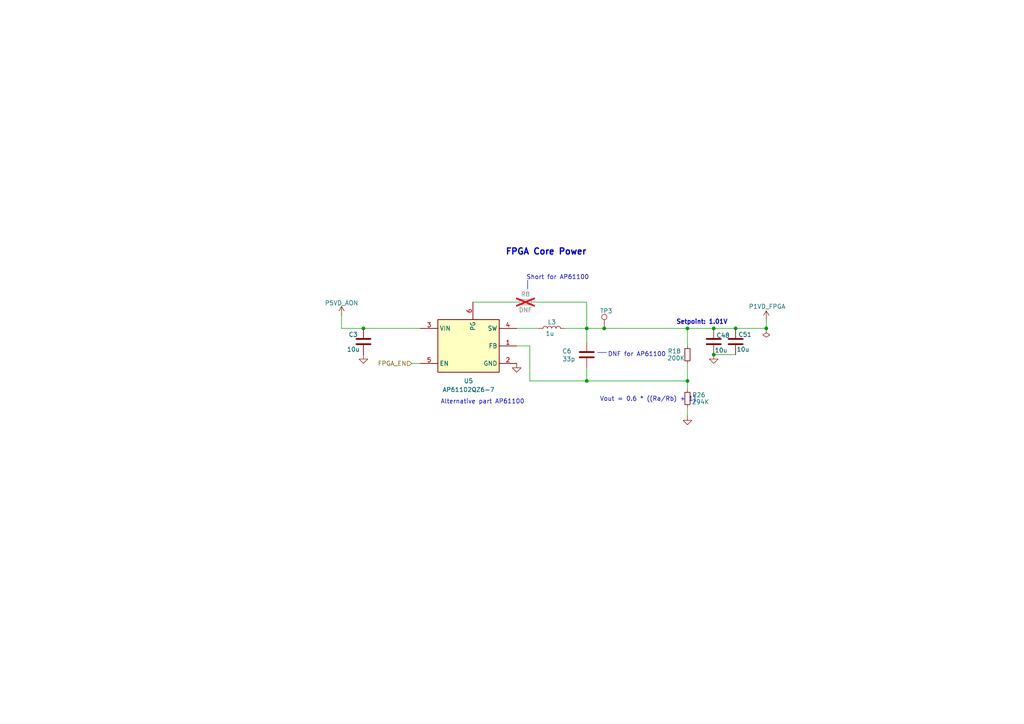
<source format=kicad_sch>
(kicad_sch
	(version 20250114)
	(generator "eeschema")
	(generator_version "9.0")
	(uuid "5b459390-5256-4ef9-8363-279672ea1d3c")
	(paper "A4")
	(title_block
		(title "PICO2-NX Module")
		(rev "0.1")
		(company "tinyVision.ai Inc.")
	)
	(lib_symbols
		(symbol "Connector:TestPoint"
			(pin_numbers
				(hide yes)
			)
			(pin_names
				(offset 0.762)
				(hide yes)
			)
			(exclude_from_sim no)
			(in_bom yes)
			(on_board yes)
			(property "Reference" "TP"
				(at 0 6.858 0)
				(effects
					(font
						(size 1.27 1.27)
					)
				)
			)
			(property "Value" "TestPoint"
				(at 0 5.08 0)
				(effects
					(font
						(size 1.27 1.27)
					)
				)
			)
			(property "Footprint" ""
				(at 5.08 0 0)
				(effects
					(font
						(size 1.27 1.27)
					)
					(hide yes)
				)
			)
			(property "Datasheet" "~"
				(at 5.08 0 0)
				(effects
					(font
						(size 1.27 1.27)
					)
					(hide yes)
				)
			)
			(property "Description" "test point"
				(at 0 0 0)
				(effects
					(font
						(size 1.27 1.27)
					)
					(hide yes)
				)
			)
			(property "ki_keywords" "test point tp"
				(at 0 0 0)
				(effects
					(font
						(size 1.27 1.27)
					)
					(hide yes)
				)
			)
			(property "ki_fp_filters" "Pin* Test*"
				(at 0 0 0)
				(effects
					(font
						(size 1.27 1.27)
					)
					(hide yes)
				)
			)
			(symbol "TestPoint_0_1"
				(circle
					(center 0 3.302)
					(radius 0.762)
					(stroke
						(width 0)
						(type default)
					)
					(fill
						(type none)
					)
				)
			)
			(symbol "TestPoint_1_1"
				(pin passive line
					(at 0 0 90)
					(length 2.54)
					(name "1"
						(effects
							(font
								(size 1.27 1.27)
							)
						)
					)
					(number "1"
						(effects
							(font
								(size 1.27 1.27)
							)
						)
					)
				)
			)
			(embedded_fonts no)
		)
		(symbol "Custom:AP61102QZ6-7"
			(exclude_from_sim no)
			(in_bom yes)
			(on_board yes)
			(property "Reference" "U"
				(at 19.05 7.112 0)
				(effects
					(font
						(size 1.27 1.27)
					)
					(justify left)
				)
			)
			(property "Value" "AP61102QZ6-7"
				(at 19.05 5.08 0)
				(effects
					(font
						(size 1.27 1.27)
					)
					(justify left)
				)
			)
			(property "Footprint" "Package_TO_SOT_SMD:SOT-563"
				(at 15.748 -16.764 0)
				(effects
					(font
						(size 1.27 1.27)
					)
					(hide yes)
				)
			)
			(property "Datasheet" ""
				(at 0 0 0)
				(effects
					(font
						(size 1.27 1.27)
					)
					(hide yes)
				)
			)
			(property "Description" "DC-DC CONV LV BUCK SOT563"
				(at 15.748 -14.732 0)
				(effects
					(font
						(size 1.27 1.27)
					)
					(hide yes)
				)
			)
			(symbol "AP61102QZ6-7_1_0"
				(rectangle
					(start 5.08 2.54)
					(end 22.86 -12.7)
					(stroke
						(width 0.254)
						(type solid)
						(color 128 0 0 1)
					)
					(fill
						(type background)
					)
				)
				(pin power_in line
					(at 0 0 0)
					(length 5.08)
					(name "VIN"
						(effects
							(font
								(size 1.27 1.27)
							)
						)
					)
					(number "3"
						(effects
							(font
								(size 1.27 1.27)
							)
						)
					)
				)
				(pin input line
					(at 0 -10.16 0)
					(length 5.08)
					(name "EN"
						(effects
							(font
								(size 1.27 1.27)
							)
						)
					)
					(number "5"
						(effects
							(font
								(size 1.27 1.27)
							)
						)
					)
				)
				(pin open_collector line
					(at 15.24 7.62 270)
					(length 5.08)
					(name "PG"
						(effects
							(font
								(size 1.27 1.27)
							)
						)
					)
					(number "6"
						(effects
							(font
								(size 1.27 1.27)
							)
						)
					)
				)
				(pin passive line
					(at 27.94 0 180)
					(length 5.08)
					(name "SW"
						(effects
							(font
								(size 1.27 1.27)
							)
						)
					)
					(number "4"
						(effects
							(font
								(size 1.27 1.27)
							)
						)
					)
				)
				(pin passive line
					(at 27.94 -5.08 180)
					(length 5.08)
					(name "FB"
						(effects
							(font
								(size 1.27 1.27)
							)
						)
					)
					(number "1"
						(effects
							(font
								(size 1.27 1.27)
							)
						)
					)
				)
				(pin power_in line
					(at 27.94 -10.16 180)
					(length 5.08)
					(name "GND"
						(effects
							(font
								(size 1.27 1.27)
							)
						)
					)
					(number "2"
						(effects
							(font
								(size 1.27 1.27)
							)
						)
					)
				)
			)
			(embedded_fonts no)
		)
		(symbol "Device:C"
			(pin_numbers
				(hide yes)
			)
			(pin_names
				(offset 0.254)
			)
			(exclude_from_sim no)
			(in_bom yes)
			(on_board yes)
			(property "Reference" "C"
				(at 0.635 2.54 0)
				(effects
					(font
						(size 1.27 1.27)
					)
					(justify left)
				)
			)
			(property "Value" "C"
				(at 0.635 -2.54 0)
				(effects
					(font
						(size 1.27 1.27)
					)
					(justify left)
				)
			)
			(property "Footprint" ""
				(at 0.9652 -3.81 0)
				(effects
					(font
						(size 1.27 1.27)
					)
					(hide yes)
				)
			)
			(property "Datasheet" "~"
				(at 0 0 0)
				(effects
					(font
						(size 1.27 1.27)
					)
					(hide yes)
				)
			)
			(property "Description" "Unpolarized capacitor"
				(at 0 0 0)
				(effects
					(font
						(size 1.27 1.27)
					)
					(hide yes)
				)
			)
			(property "ki_keywords" "cap capacitor"
				(at 0 0 0)
				(effects
					(font
						(size 1.27 1.27)
					)
					(hide yes)
				)
			)
			(property "ki_fp_filters" "C_*"
				(at 0 0 0)
				(effects
					(font
						(size 1.27 1.27)
					)
					(hide yes)
				)
			)
			(symbol "C_0_1"
				(polyline
					(pts
						(xy -2.032 0.762) (xy 2.032 0.762)
					)
					(stroke
						(width 0.508)
						(type default)
					)
					(fill
						(type none)
					)
				)
				(polyline
					(pts
						(xy -2.032 -0.762) (xy 2.032 -0.762)
					)
					(stroke
						(width 0.508)
						(type default)
					)
					(fill
						(type none)
					)
				)
			)
			(symbol "C_1_1"
				(pin passive line
					(at 0 3.81 270)
					(length 2.794)
					(name "~"
						(effects
							(font
								(size 1.27 1.27)
							)
						)
					)
					(number "1"
						(effects
							(font
								(size 1.27 1.27)
							)
						)
					)
				)
				(pin passive line
					(at 0 -3.81 90)
					(length 2.794)
					(name "~"
						(effects
							(font
								(size 1.27 1.27)
							)
						)
					)
					(number "2"
						(effects
							(font
								(size 1.27 1.27)
							)
						)
					)
				)
			)
			(embedded_fonts no)
		)
		(symbol "Device:L"
			(pin_numbers
				(hide yes)
			)
			(pin_names
				(offset 1.016)
				(hide yes)
			)
			(exclude_from_sim no)
			(in_bom yes)
			(on_board yes)
			(property "Reference" "L"
				(at -1.27 0 90)
				(effects
					(font
						(size 1.27 1.27)
					)
				)
			)
			(property "Value" "L"
				(at 1.905 0 90)
				(effects
					(font
						(size 1.27 1.27)
					)
				)
			)
			(property "Footprint" ""
				(at 0 0 0)
				(effects
					(font
						(size 1.27 1.27)
					)
					(hide yes)
				)
			)
			(property "Datasheet" "~"
				(at 0 0 0)
				(effects
					(font
						(size 1.27 1.27)
					)
					(hide yes)
				)
			)
			(property "Description" "Inductor"
				(at 0 0 0)
				(effects
					(font
						(size 1.27 1.27)
					)
					(hide yes)
				)
			)
			(property "ki_keywords" "inductor choke coil reactor magnetic"
				(at 0 0 0)
				(effects
					(font
						(size 1.27 1.27)
					)
					(hide yes)
				)
			)
			(property "ki_fp_filters" "Choke_* *Coil* Inductor_* L_*"
				(at 0 0 0)
				(effects
					(font
						(size 1.27 1.27)
					)
					(hide yes)
				)
			)
			(symbol "L_0_1"
				(arc
					(start 0 2.54)
					(mid 0.6323 1.905)
					(end 0 1.27)
					(stroke
						(width 0)
						(type default)
					)
					(fill
						(type none)
					)
				)
				(arc
					(start 0 1.27)
					(mid 0.6323 0.635)
					(end 0 0)
					(stroke
						(width 0)
						(type default)
					)
					(fill
						(type none)
					)
				)
				(arc
					(start 0 0)
					(mid 0.6323 -0.635)
					(end 0 -1.27)
					(stroke
						(width 0)
						(type default)
					)
					(fill
						(type none)
					)
				)
				(arc
					(start 0 -1.27)
					(mid 0.6323 -1.905)
					(end 0 -2.54)
					(stroke
						(width 0)
						(type default)
					)
					(fill
						(type none)
					)
				)
			)
			(symbol "L_1_1"
				(pin passive line
					(at 0 3.81 270)
					(length 1.27)
					(name "1"
						(effects
							(font
								(size 1.27 1.27)
							)
						)
					)
					(number "1"
						(effects
							(font
								(size 1.27 1.27)
							)
						)
					)
				)
				(pin passive line
					(at 0 -3.81 90)
					(length 1.27)
					(name "2"
						(effects
							(font
								(size 1.27 1.27)
							)
						)
					)
					(number "2"
						(effects
							(font
								(size 1.27 1.27)
							)
						)
					)
				)
			)
			(embedded_fonts no)
		)
		(symbol "Device:R_Small"
			(pin_numbers
				(hide yes)
			)
			(pin_names
				(offset 0.254)
				(hide yes)
			)
			(exclude_from_sim no)
			(in_bom yes)
			(on_board yes)
			(property "Reference" "R"
				(at 0 0 90)
				(effects
					(font
						(size 1.016 1.016)
					)
				)
			)
			(property "Value" "R_Small"
				(at 1.778 0 90)
				(effects
					(font
						(size 1.27 1.27)
					)
				)
			)
			(property "Footprint" ""
				(at 0 0 0)
				(effects
					(font
						(size 1.27 1.27)
					)
					(hide yes)
				)
			)
			(property "Datasheet" "~"
				(at 0 0 0)
				(effects
					(font
						(size 1.27 1.27)
					)
					(hide yes)
				)
			)
			(property "Description" "Resistor, small symbol"
				(at 0 0 0)
				(effects
					(font
						(size 1.27 1.27)
					)
					(hide yes)
				)
			)
			(property "ki_keywords" "R resistor"
				(at 0 0 0)
				(effects
					(font
						(size 1.27 1.27)
					)
					(hide yes)
				)
			)
			(property "ki_fp_filters" "R_*"
				(at 0 0 0)
				(effects
					(font
						(size 1.27 1.27)
					)
					(hide yes)
				)
			)
			(symbol "R_Small_0_1"
				(rectangle
					(start -0.762 1.778)
					(end 0.762 -1.778)
					(stroke
						(width 0.2032)
						(type default)
					)
					(fill
						(type none)
					)
				)
			)
			(symbol "R_Small_1_1"
				(pin passive line
					(at 0 2.54 270)
					(length 0.762)
					(name "~"
						(effects
							(font
								(size 1.27 1.27)
							)
						)
					)
					(number "1"
						(effects
							(font
								(size 1.27 1.27)
							)
						)
					)
				)
				(pin passive line
					(at 0 -2.54 90)
					(length 0.762)
					(name "~"
						(effects
							(font
								(size 1.27 1.27)
							)
						)
					)
					(number "2"
						(effects
							(font
								(size 1.27 1.27)
							)
						)
					)
				)
			)
			(embedded_fonts no)
		)
		(symbol "power:GND"
			(power)
			(pin_numbers
				(hide yes)
			)
			(pin_names
				(offset 0)
				(hide yes)
			)
			(exclude_from_sim no)
			(in_bom yes)
			(on_board yes)
			(property "Reference" "#PWR"
				(at 0 -6.35 0)
				(effects
					(font
						(size 1.27 1.27)
					)
					(hide yes)
				)
			)
			(property "Value" "GND"
				(at 0 -3.81 0)
				(effects
					(font
						(size 1.27 1.27)
					)
				)
			)
			(property "Footprint" ""
				(at 0 0 0)
				(effects
					(font
						(size 1.27 1.27)
					)
					(hide yes)
				)
			)
			(property "Datasheet" ""
				(at 0 0 0)
				(effects
					(font
						(size 1.27 1.27)
					)
					(hide yes)
				)
			)
			(property "Description" "Power symbol creates a global label with name \"GND\" , ground"
				(at 0 0 0)
				(effects
					(font
						(size 1.27 1.27)
					)
					(hide yes)
				)
			)
			(property "ki_keywords" "global power"
				(at 0 0 0)
				(effects
					(font
						(size 1.27 1.27)
					)
					(hide yes)
				)
			)
			(symbol "GND_0_1"
				(polyline
					(pts
						(xy 0 0) (xy 0 -1.27) (xy 1.27 -1.27) (xy 0 -2.54) (xy -1.27 -1.27) (xy 0 -1.27)
					)
					(stroke
						(width 0)
						(type default)
					)
					(fill
						(type none)
					)
				)
			)
			(symbol "GND_1_1"
				(pin power_in line
					(at 0 0 270)
					(length 0)
					(name "~"
						(effects
							(font
								(size 1.27 1.27)
							)
						)
					)
					(number "1"
						(effects
							(font
								(size 1.27 1.27)
							)
						)
					)
				)
			)
			(embedded_fonts no)
		)
		(symbol "power:PWR_FLAG"
			(power)
			(pin_numbers
				(hide yes)
			)
			(pin_names
				(offset 0)
				(hide yes)
			)
			(exclude_from_sim no)
			(in_bom yes)
			(on_board yes)
			(property "Reference" "#FLG"
				(at 0 1.905 0)
				(effects
					(font
						(size 1.27 1.27)
					)
					(hide yes)
				)
			)
			(property "Value" "PWR_FLAG"
				(at 0 3.81 0)
				(effects
					(font
						(size 1.27 1.27)
					)
				)
			)
			(property "Footprint" ""
				(at 0 0 0)
				(effects
					(font
						(size 1.27 1.27)
					)
					(hide yes)
				)
			)
			(property "Datasheet" "~"
				(at 0 0 0)
				(effects
					(font
						(size 1.27 1.27)
					)
					(hide yes)
				)
			)
			(property "Description" "Special symbol for telling ERC where power comes from"
				(at 0 0 0)
				(effects
					(font
						(size 1.27 1.27)
					)
					(hide yes)
				)
			)
			(property "ki_keywords" "flag power"
				(at 0 0 0)
				(effects
					(font
						(size 1.27 1.27)
					)
					(hide yes)
				)
			)
			(symbol "PWR_FLAG_0_0"
				(pin power_out line
					(at 0 0 90)
					(length 0)
					(name "~"
						(effects
							(font
								(size 1.27 1.27)
							)
						)
					)
					(number "1"
						(effects
							(font
								(size 1.27 1.27)
							)
						)
					)
				)
			)
			(symbol "PWR_FLAG_0_1"
				(polyline
					(pts
						(xy 0 0) (xy 0 1.27) (xy -1.016 1.905) (xy 0 2.54) (xy 1.016 1.905) (xy 0 1.27)
					)
					(stroke
						(width 0)
						(type default)
					)
					(fill
						(type none)
					)
				)
			)
			(embedded_fonts no)
		)
		(symbol "power:VCC"
			(power)
			(pin_numbers
				(hide yes)
			)
			(pin_names
				(offset 0)
				(hide yes)
			)
			(exclude_from_sim no)
			(in_bom yes)
			(on_board yes)
			(property "Reference" "#PWR"
				(at 0 -3.81 0)
				(effects
					(font
						(size 1.27 1.27)
					)
					(hide yes)
				)
			)
			(property "Value" "VCC"
				(at 0 3.556 0)
				(effects
					(font
						(size 1.27 1.27)
					)
				)
			)
			(property "Footprint" ""
				(at 0 0 0)
				(effects
					(font
						(size 1.27 1.27)
					)
					(hide yes)
				)
			)
			(property "Datasheet" ""
				(at 0 0 0)
				(effects
					(font
						(size 1.27 1.27)
					)
					(hide yes)
				)
			)
			(property "Description" "Power symbol creates a global label with name \"VCC\""
				(at 0 0 0)
				(effects
					(font
						(size 1.27 1.27)
					)
					(hide yes)
				)
			)
			(property "ki_keywords" "global power"
				(at 0 0 0)
				(effects
					(font
						(size 1.27 1.27)
					)
					(hide yes)
				)
			)
			(symbol "VCC_0_1"
				(polyline
					(pts
						(xy -0.762 1.27) (xy 0 2.54)
					)
					(stroke
						(width 0)
						(type default)
					)
					(fill
						(type none)
					)
				)
				(polyline
					(pts
						(xy 0 2.54) (xy 0.762 1.27)
					)
					(stroke
						(width 0)
						(type default)
					)
					(fill
						(type none)
					)
				)
				(polyline
					(pts
						(xy 0 0) (xy 0 2.54)
					)
					(stroke
						(width 0)
						(type default)
					)
					(fill
						(type none)
					)
				)
			)
			(symbol "VCC_1_1"
				(pin power_in line
					(at 0 0 90)
					(length 0)
					(name "~"
						(effects
							(font
								(size 1.27 1.27)
							)
						)
					)
					(number "1"
						(effects
							(font
								(size 1.27 1.27)
							)
						)
					)
				)
			)
			(embedded_fonts no)
		)
	)
	(text "Alternative part AP61100"
		(exclude_from_sim no)
		(at 127.762 116.586 0)
		(effects
			(font
				(size 1.27 1.27)
			)
			(justify left)
		)
		(uuid "0097cda5-7f67-41b7-9088-ed3976bf39c5")
	)
	(text "Vout = 0.6 * ((Ra/Rb) + 1)"
		(exclude_from_sim no)
		(at 187.96 115.824 0)
		(effects
			(font
				(size 1.27 1.27)
			)
		)
		(uuid "052ed69e-868c-4eff-a28c-971f0c893a10")
	)
	(text "Setpoint: 1.01V"
		(exclude_from_sim no)
		(at 196.088 94.234 0)
		(effects
			(font
				(size 1.27 1.27)
				(bold yes)
			)
			(justify left bottom)
		)
		(uuid "6c18f970-8a09-4a8e-aa29-1edc7e3d9ab0")
	)
	(text "Short for AP61100"
		(exclude_from_sim no)
		(at 152.654 80.518 0)
		(effects
			(font
				(size 1.27 1.27)
			)
			(justify left)
		)
		(uuid "acde4f63-636c-46b5-ba5d-50789406f17a")
	)
	(text "FPGA Core Power"
		(exclude_from_sim no)
		(at 146.558 74.168 0)
		(effects
			(font
				(size 1.778 1.778)
				(bold yes)
			)
			(justify left bottom)
		)
		(uuid "c5289b0f-1bdd-4ea9-8a39-786a404e33bb")
	)
	(text "DNF for AP61100"
		(exclude_from_sim no)
		(at 176.276 102.87 0)
		(effects
			(font
				(size 1.27 1.27)
			)
			(justify left)
		)
		(uuid "f66e13d5-1504-42b6-9bf0-c15502debc25")
	)
	(junction
		(at 199.39 110.49)
		(diameter 0)
		(color 0 0 0 0)
		(uuid "1d5f1677-bf17-4eed-8c16-5398404df34c")
	)
	(junction
		(at 199.39 95.25)
		(diameter 0)
		(color 0 0 0 0)
		(uuid "4b9e713c-641b-4e0d-ab11-8cc1bb21ab97")
	)
	(junction
		(at 170.18 110.49)
		(diameter 0)
		(color 0 0 0 0)
		(uuid "65490985-6740-4230-8094-696df75d9252")
	)
	(junction
		(at 207.01 95.25)
		(diameter 0)
		(color 0 0 0 0)
		(uuid "a010c0a9-dc29-4a70-bdd2-efbaea27d673")
	)
	(junction
		(at 207.01 102.87)
		(diameter 0)
		(color 0 0 0 0)
		(uuid "aaba6130-370d-4f0e-a56a-48cec61caa16")
	)
	(junction
		(at 222.25 95.25)
		(diameter 0)
		(color 0 0 0 0)
		(uuid "ba6f38d7-89e7-4681-9b0c-64c63016ee95")
	)
	(junction
		(at 175.26 95.25)
		(diameter 0)
		(color 0 0 0 0)
		(uuid "bd0bc6b5-ab33-4cb1-9f7d-d638e969013b")
	)
	(junction
		(at 170.18 95.25)
		(diameter 0)
		(color 0 0 0 0)
		(uuid "bf50d66f-be73-4866-af84-d43ba2c34f82")
	)
	(junction
		(at 105.41 95.25)
		(diameter 0)
		(color 0 0 0 0)
		(uuid "c4ea45d9-7202-4183-ae11-3e0d73dc1960")
	)
	(junction
		(at 213.36 95.25)
		(diameter 0)
		(color 0 0 0 0)
		(uuid "dcc646f2-8096-4633-a8ef-d620c1620b8f")
	)
	(wire
		(pts
			(xy 222.25 92.71) (xy 222.25 95.25)
		)
		(stroke
			(width 0)
			(type default)
		)
		(uuid "0463f622-4aa2-49cf-9a3e-aadf23680020")
	)
	(wire
		(pts
			(xy 170.18 110.49) (xy 199.39 110.49)
		)
		(stroke
			(width 0)
			(type default)
		)
		(uuid "05d5f932-d5d5-40ef-a78e-9a488734e473")
	)
	(wire
		(pts
			(xy 154.94 87.63) (xy 170.18 87.63)
		)
		(stroke
			(width 0)
			(type default)
		)
		(uuid "1048b85b-d202-43b5-acff-0a1c128ccfef")
	)
	(wire
		(pts
			(xy 153.67 100.33) (xy 153.67 110.49)
		)
		(stroke
			(width 0)
			(type default)
		)
		(uuid "1ecdb461-32e3-4997-a1eb-99d0f81024ac")
	)
	(wire
		(pts
			(xy 199.39 110.49) (xy 199.39 113.03)
		)
		(stroke
			(width 0)
			(type default)
		)
		(uuid "1fa86233-0357-4c01-acb0-80e0d3030f43")
	)
	(wire
		(pts
			(xy 207.01 102.87) (xy 213.36 102.87)
		)
		(stroke
			(width 0)
			(type default)
		)
		(uuid "57132dc1-0c11-45e8-95be-0330380f21f2")
	)
	(wire
		(pts
			(xy 175.26 95.25) (xy 199.39 95.25)
		)
		(stroke
			(width 0)
			(type default)
		)
		(uuid "5abe4fb4-4f2a-479f-b1cd-59b710f6c28b")
	)
	(wire
		(pts
			(xy 199.39 105.41) (xy 199.39 110.49)
		)
		(stroke
			(width 0)
			(type default)
		)
		(uuid "602260b5-41c5-43f2-a54e-35cd211bee57")
	)
	(wire
		(pts
			(xy 99.06 95.25) (xy 99.06 91.44)
		)
		(stroke
			(width 0)
			(type default)
		)
		(uuid "6e14083d-9b67-467b-ba39-2b667641aa16")
	)
	(polyline
		(pts
			(xy 173.355 102.235) (xy 175.895 102.235)
		)
		(stroke
			(width 0)
			(type default)
		)
		(uuid "7b93fc24-2e29-45b7-9465-e961c8b621fe")
	)
	(wire
		(pts
			(xy 149.86 95.25) (xy 156.21 95.25)
		)
		(stroke
			(width 0)
			(type default)
		)
		(uuid "7d5aaf10-dddb-4791-aeef-0d6487531219")
	)
	(wire
		(pts
			(xy 170.18 95.25) (xy 175.26 95.25)
		)
		(stroke
			(width 0)
			(type default)
		)
		(uuid "7e0b79c7-1679-425b-acb7-94860881cd47")
	)
	(wire
		(pts
			(xy 199.39 95.25) (xy 207.01 95.25)
		)
		(stroke
			(width 0)
			(type default)
		)
		(uuid "8279e3e8-a6b5-4ad7-bd92-eb1106a3c3b5")
	)
	(wire
		(pts
			(xy 163.83 95.25) (xy 170.18 95.25)
		)
		(stroke
			(width 0)
			(type default)
		)
		(uuid "961a909d-0f23-46a2-97db-67064f238817")
	)
	(wire
		(pts
			(xy 105.41 95.25) (xy 121.92 95.25)
		)
		(stroke
			(width 0)
			(type default)
		)
		(uuid "a2cb23c3-c4c3-45ec-ab49-97dec7a09846")
	)
	(wire
		(pts
			(xy 199.39 118.11) (xy 199.39 120.65)
		)
		(stroke
			(width 0)
			(type default)
		)
		(uuid "a453b4a1-f743-4ca5-bb99-92da3fc57c57")
	)
	(wire
		(pts
			(xy 119.38 105.41) (xy 121.92 105.41)
		)
		(stroke
			(width 0)
			(type default)
		)
		(uuid "af47e720-3d4c-4a79-8302-52a29ce995af")
	)
	(wire
		(pts
			(xy 170.18 87.63) (xy 170.18 95.25)
		)
		(stroke
			(width 0)
			(type default)
		)
		(uuid "b2f6d3d1-7d04-48a6-b040-95840a85786e")
	)
	(wire
		(pts
			(xy 207.01 95.25) (xy 213.36 95.25)
		)
		(stroke
			(width 0)
			(type default)
		)
		(uuid "bd217bb8-9549-4646-a0a2-62fc8e28c6f9")
	)
	(wire
		(pts
			(xy 213.36 95.25) (xy 222.25 95.25)
		)
		(stroke
			(width 0)
			(type default)
		)
		(uuid "c4c3a6a2-3dce-4c2d-87ca-734eba6565f7")
	)
	(wire
		(pts
			(xy 170.18 95.25) (xy 170.18 99.06)
		)
		(stroke
			(width 0)
			(type default)
		)
		(uuid "c6ba0e17-e2e8-487c-b805-34c8ea002602")
	)
	(wire
		(pts
			(xy 153.67 110.49) (xy 170.18 110.49)
		)
		(stroke
			(width 0)
			(type default)
		)
		(uuid "c86557f3-6539-4b3f-920a-4203b2df84c6")
	)
	(wire
		(pts
			(xy 149.86 100.33) (xy 153.67 100.33)
		)
		(stroke
			(width 0)
			(type default)
		)
		(uuid "cf9f399c-e499-4906-85c3-667899ef8265")
	)
	(wire
		(pts
			(xy 199.39 95.25) (xy 199.39 100.33)
		)
		(stroke
			(width 0)
			(type default)
		)
		(uuid "d3670224-41dd-4a47-a0ca-fe89682c00af")
	)
	(wire
		(pts
			(xy 170.18 106.68) (xy 170.18 110.49)
		)
		(stroke
			(width 0)
			(type default)
		)
		(uuid "deba810b-881d-4412-9b06-b9b0435c022f")
	)
	(polyline
		(pts
			(xy 153.035 81.28) (xy 153.035 83.82)
		)
		(stroke
			(width 0)
			(type default)
		)
		(uuid "ea82d162-c8d0-4df2-9368-69642f1844c9")
	)
	(wire
		(pts
			(xy 105.41 95.25) (xy 99.06 95.25)
		)
		(stroke
			(width 0)
			(type default)
		)
		(uuid "f25e1f35-f688-4db5-903e-3e37d56dc51d")
	)
	(wire
		(pts
			(xy 137.16 87.63) (xy 149.86 87.63)
		)
		(stroke
			(width 0)
			(type default)
		)
		(uuid "f5a20138-6ab9-457c-8dbe-c3dfb938f5ee")
	)
	(hierarchical_label "FPGA_EN"
		(shape input)
		(at 119.38 105.41 180)
		(effects
			(font
				(size 1.27 1.27)
			)
			(justify right)
		)
		(uuid "45e39ad2-c632-424d-909f-c5ebf7899e7f")
	)
	(symbol
		(lib_id "power:GND")
		(at 149.86 105.41 0)
		(unit 1)
		(exclude_from_sim no)
		(in_bom yes)
		(on_board yes)
		(dnp no)
		(uuid "14ede4a1-00c0-4695-97f6-54c3340af285")
		(property "Reference" "#PWR024"
			(at 149.86 105.41 0)
			(effects
				(font
					(size 1.27 1.27)
				)
				(hide yes)
			)
		)
		(property "Value" "GND"
			(at 149.86 111.76 0)
			(effects
				(font
					(size 1.27 1.27)
				)
				(hide yes)
			)
		)
		(property "Footprint" ""
			(at 149.86 105.41 0)
			(effects
				(font
					(size 1.27 1.27)
				)
				(hide yes)
			)
		)
		(property "Datasheet" ""
			(at 149.86 105.41 0)
			(effects
				(font
					(size 1.27 1.27)
				)
				(hide yes)
			)
		)
		(property "Description" "Power symbol creates a global label with name \"GND\" , ground"
			(at 149.86 105.41 0)
			(effects
				(font
					(size 1.27 1.27)
				)
				(hide yes)
			)
		)
		(pin "1"
			(uuid "34aa1a9e-1703-41cb-b2e8-50e848f6012f")
		)
		(instances
			(project "pico2-nx-module"
				(path "/b75d5d5b-a423-49b6-bf7a-b3510d05dcb9/dc18adda-138b-4027-8fdc-bfe0ade6b406"
					(reference "#PWR024")
					(unit 1)
				)
			)
		)
	)
	(symbol
		(lib_id "Device:C")
		(at 213.36 99.06 0)
		(unit 1)
		(exclude_from_sim no)
		(in_bom yes)
		(on_board yes)
		(dnp no)
		(uuid "1861a370-7d38-4bc7-aa37-49298848c406")
		(property "Reference" "C51"
			(at 214.122 97.028 0)
			(effects
				(font
					(size 1.27 1.27)
				)
				(justify left)
			)
		)
		(property "Value" "10u"
			(at 213.614 101.346 0)
			(effects
				(font
					(size 1.27 1.27)
				)
				(justify left)
			)
		)
		(property "Footprint" "Capacitor_SMD:C_0402_1005Metric"
			(at 214.3252 102.87 0)
			(effects
				(font
					(size 1.27 1.27)
				)
				(hide yes)
			)
		)
		(property "Datasheet" "~"
			(at 213.36 99.06 0)
			(effects
				(font
					(size 1.27 1.27)
				)
				(hide yes)
			)
		)
		(property "Description" "Unpolarized capacitor"
			(at 213.36 99.06 0)
			(effects
				(font
					(size 1.27 1.27)
				)
				(hide yes)
			)
		)
		(pin "1"
			(uuid "4e55816f-cc85-42b8-a469-364b684c0a23")
		)
		(pin "2"
			(uuid "bd318e05-c31b-4b7c-b192-0fd857c8a31d")
		)
		(instances
			(project "pico2-nx-module"
				(path "/b75d5d5b-a423-49b6-bf7a-b3510d05dcb9/dc18adda-138b-4027-8fdc-bfe0ade6b406"
					(reference "C51")
					(unit 1)
				)
			)
		)
	)
	(symbol
		(lib_id "Device:C")
		(at 207.01 99.06 0)
		(unit 1)
		(exclude_from_sim no)
		(in_bom yes)
		(on_board yes)
		(dnp no)
		(uuid "19e2759c-51a0-43f2-9fde-4f8135739d62")
		(property "Reference" "C48"
			(at 207.772 97.282 0)
			(effects
				(font
					(size 1.27 1.27)
				)
				(justify left)
			)
		)
		(property "Value" "10u"
			(at 207.264 101.6 0)
			(effects
				(font
					(size 1.27 1.27)
				)
				(justify left)
			)
		)
		(property "Footprint" "Capacitor_SMD:C_0402_1005Metric"
			(at 207.9752 102.87 0)
			(effects
				(font
					(size 1.27 1.27)
				)
				(hide yes)
			)
		)
		(property "Datasheet" "~"
			(at 207.01 99.06 0)
			(effects
				(font
					(size 1.27 1.27)
				)
				(hide yes)
			)
		)
		(property "Description" "Unpolarized capacitor"
			(at 207.01 99.06 0)
			(effects
				(font
					(size 1.27 1.27)
				)
				(hide yes)
			)
		)
		(pin "1"
			(uuid "0d6c4a8c-2ae8-4739-8a62-6a8c0d57dd98")
		)
		(pin "2"
			(uuid "a1878e4e-871f-4a31-9f0a-f76a7d106132")
		)
		(instances
			(project "pico2-nx-module"
				(path "/b75d5d5b-a423-49b6-bf7a-b3510d05dcb9/dc18adda-138b-4027-8fdc-bfe0ade6b406"
					(reference "C48")
					(unit 1)
				)
			)
		)
	)
	(symbol
		(lib_id "Device:C")
		(at 170.18 102.87 0)
		(unit 1)
		(exclude_from_sim no)
		(in_bom yes)
		(on_board yes)
		(dnp no)
		(uuid "1c2d5082-484d-468d-be2f-1453aa1d203d")
		(property "Reference" "C6"
			(at 163.068 101.8286 0)
			(effects
				(font
					(size 1.27 1.27)
				)
				(justify left)
			)
		)
		(property "Value" "33p"
			(at 163.068 104.14 0)
			(effects
				(font
					(size 1.27 1.27)
				)
				(justify left)
			)
		)
		(property "Footprint" "Capacitor_SMD:C_0201_0603Metric"
			(at 171.1452 106.68 0)
			(effects
				(font
					(size 1.27 1.27)
				)
				(hide yes)
			)
		)
		(property "Datasheet" "~"
			(at 170.18 102.87 0)
			(effects
				(font
					(size 1.27 1.27)
				)
				(hide yes)
			)
		)
		(property "Description" "Unpolarized capacitor"
			(at 170.18 102.87 0)
			(effects
				(font
					(size 1.27 1.27)
				)
				(hide yes)
			)
		)
		(property "MPN" "GRM1555C1E150JA01D"
			(at 170.18 102.87 0)
			(effects
				(font
					(size 1.27 1.27)
				)
				(hide yes)
			)
		)
		(property "Manufacturer" "Murata Electronics"
			(at 170.18 102.87 0)
			(effects
				(font
					(size 1.27 1.27)
				)
				(hide yes)
			)
		)
		(pin "1"
			(uuid "75d024ec-c6ed-4bf7-99d8-d2eb3fab28df")
		)
		(pin "2"
			(uuid "9e3c90a6-a6c4-442b-9093-304db2addaa7")
		)
		(instances
			(project "pico2-nx-module"
				(path "/b75d5d5b-a423-49b6-bf7a-b3510d05dcb9/dc18adda-138b-4027-8fdc-bfe0ade6b406"
					(reference "C6")
					(unit 1)
				)
			)
		)
	)
	(symbol
		(lib_id "power:VCC")
		(at 99.06 91.44 0)
		(unit 1)
		(exclude_from_sim no)
		(in_bom yes)
		(on_board yes)
		(dnp no)
		(uuid "39b88c18-4b1e-4f4e-be51-a1871dc860ec")
		(property "Reference" "#PWR016"
			(at 99.06 91.44 0)
			(effects
				(font
					(size 1.27 1.27)
				)
				(hide yes)
			)
		)
		(property "Value" "P5VD_AON"
			(at 99.06 87.884 0)
			(effects
				(font
					(size 1.27 1.27)
				)
			)
		)
		(property "Footprint" ""
			(at 99.06 91.44 0)
			(effects
				(font
					(size 1.27 1.27)
				)
				(hide yes)
			)
		)
		(property "Datasheet" ""
			(at 99.06 91.44 0)
			(effects
				(font
					(size 1.27 1.27)
				)
				(hide yes)
			)
		)
		(property "Description" "Power symbol creates a global label with name \"VCC\""
			(at 99.06 91.44 0)
			(effects
				(font
					(size 1.27 1.27)
				)
				(hide yes)
			)
		)
		(pin "1"
			(uuid "86b834e4-4d61-436b-91e5-c87540c02a5a")
		)
		(instances
			(project "pico2-nx-module"
				(path "/b75d5d5b-a423-49b6-bf7a-b3510d05dcb9/dc18adda-138b-4027-8fdc-bfe0ade6b406"
					(reference "#PWR016")
					(unit 1)
				)
			)
		)
	)
	(symbol
		(lib_id "Device:C")
		(at 105.41 99.06 0)
		(unit 1)
		(exclude_from_sim no)
		(in_bom yes)
		(on_board yes)
		(dnp no)
		(uuid "3e542131-a37f-4cb9-9e6e-5d8f81db9522")
		(property "Reference" "C3"
			(at 101.092 97.028 0)
			(effects
				(font
					(size 1.27 1.27)
				)
				(justify left)
			)
		)
		(property "Value" "10u"
			(at 100.584 101.346 0)
			(effects
				(font
					(size 1.27 1.27)
				)
				(justify left)
			)
		)
		(property "Footprint" "Capacitor_SMD:C_0402_1005Metric"
			(at 106.3752 102.87 0)
			(effects
				(font
					(size 1.27 1.27)
				)
				(hide yes)
			)
		)
		(property "Datasheet" "~"
			(at 105.41 99.06 0)
			(effects
				(font
					(size 1.27 1.27)
				)
				(hide yes)
			)
		)
		(property "Description" "Unpolarized capacitor"
			(at 105.41 99.06 0)
			(effects
				(font
					(size 1.27 1.27)
				)
				(hide yes)
			)
		)
		(pin "1"
			(uuid "76cf71a4-d765-4325-b91e-90d27a631fca")
		)
		(pin "2"
			(uuid "e5d1b06b-718c-44ee-861e-29bb5c7b6506")
		)
		(instances
			(project "pico2-nx-module"
				(path "/b75d5d5b-a423-49b6-bf7a-b3510d05dcb9/dc18adda-138b-4027-8fdc-bfe0ade6b406"
					(reference "C3")
					(unit 1)
				)
			)
		)
	)
	(symbol
		(lib_id "power:VCC")
		(at 222.25 92.71 0)
		(unit 1)
		(exclude_from_sim no)
		(in_bom yes)
		(on_board yes)
		(dnp no)
		(uuid "7455ba31-5892-43ba-8c50-98c94dc96f9b")
		(property "Reference" "#PWR022"
			(at 222.25 92.71 0)
			(effects
				(font
					(size 1.27 1.27)
				)
				(hide yes)
			)
		)
		(property "Value" "P1VD_FPGA"
			(at 222.504 88.9 0)
			(effects
				(font
					(size 1.27 1.27)
				)
			)
		)
		(property "Footprint" ""
			(at 222.25 92.71 0)
			(effects
				(font
					(size 1.27 1.27)
				)
				(hide yes)
			)
		)
		(property "Datasheet" ""
			(at 222.25 92.71 0)
			(effects
				(font
					(size 1.27 1.27)
				)
				(hide yes)
			)
		)
		(property "Description" "Power symbol creates a global label with name \"VCC\""
			(at 222.25 92.71 0)
			(effects
				(font
					(size 1.27 1.27)
				)
				(hide yes)
			)
		)
		(pin "1"
			(uuid "9fd6fff9-f906-42de-bab4-c8d2ecac9f2d")
		)
		(instances
			(project "pico2-nx-module"
				(path "/b75d5d5b-a423-49b6-bf7a-b3510d05dcb9/dc18adda-138b-4027-8fdc-bfe0ade6b406"
					(reference "#PWR022")
					(unit 1)
				)
			)
		)
	)
	(symbol
		(lib_id "power:GND")
		(at 207.01 102.87 0)
		(unit 1)
		(exclude_from_sim no)
		(in_bom yes)
		(on_board yes)
		(dnp no)
		(uuid "75f32c18-ba94-4a48-a594-0acf5523d6e9")
		(property "Reference" "#PWR026"
			(at 207.01 102.87 0)
			(effects
				(font
					(size 1.27 1.27)
				)
				(hide yes)
			)
		)
		(property "Value" "GND"
			(at 207.01 109.22 0)
			(effects
				(font
					(size 1.27 1.27)
				)
				(hide yes)
			)
		)
		(property "Footprint" ""
			(at 207.01 102.87 0)
			(effects
				(font
					(size 1.27 1.27)
				)
				(hide yes)
			)
		)
		(property "Datasheet" ""
			(at 207.01 102.87 0)
			(effects
				(font
					(size 1.27 1.27)
				)
				(hide yes)
			)
		)
		(property "Description" "Power symbol creates a global label with name \"GND\" , ground"
			(at 207.01 102.87 0)
			(effects
				(font
					(size 1.27 1.27)
				)
				(hide yes)
			)
		)
		(pin "1"
			(uuid "5c78eeeb-68f5-4c71-a739-72c19b8f0e7a")
		)
		(instances
			(project "pico2-nx-module"
				(path "/b75d5d5b-a423-49b6-bf7a-b3510d05dcb9/dc18adda-138b-4027-8fdc-bfe0ade6b406"
					(reference "#PWR026")
					(unit 1)
				)
			)
		)
	)
	(symbol
		(lib_id "Connector:TestPoint")
		(at 175.26 95.25 0)
		(unit 1)
		(exclude_from_sim no)
		(in_bom yes)
		(on_board yes)
		(dnp no)
		(uuid "768b5d73-1b2c-47c5-accb-dde20310cc19")
		(property "Reference" "TP3"
			(at 173.99 90.932 0)
			(effects
				(font
					(size 1.27 1.27)
				)
				(justify left bottom)
			)
		)
		(property "Value" "1V0"
			(at 172.72 93.98 0)
			(effects
				(font
					(size 1.27 1.27)
				)
				(justify left bottom)
				(hide yes)
			)
		)
		(property "Footprint" "TestPoint:TestPoint_Pad_1.0x1.0mm"
			(at 180.34 95.25 0)
			(effects
				(font
					(size 1.27 1.27)
				)
				(hide yes)
			)
		)
		(property "Datasheet" "~"
			(at 180.34 95.25 0)
			(effects
				(font
					(size 1.27 1.27)
				)
				(hide yes)
			)
		)
		(property "Description" "test point"
			(at 175.26 95.25 0)
			(effects
				(font
					(size 1.27 1.27)
				)
				(hide yes)
			)
		)
		(property "DEVICE MARKING" ""
			(at 174.498 96.012 0)
			(effects
				(font
					(size 1.27 1.27)
				)
				(justify left bottom)
				(hide yes)
			)
		)
		(property "DISTRIBUTOR" ""
			(at 174.498 96.012 0)
			(effects
				(font
					(size 1.27 1.27)
				)
				(justify left bottom)
				(hide yes)
			)
		)
		(property "DISTRIBUTOR ART. NBR." ""
			(at 174.498 96.012 0)
			(effects
				(font
					(size 1.27 1.27)
				)
				(justify left bottom)
				(hide yes)
			)
		)
		(property "MANUFACTURER" ""
			(at 174.498 96.012 0)
			(effects
				(font
					(size 1.27 1.27)
				)
				(justify left bottom)
				(hide yes)
			)
		)
		(property "MANUFACTURER ART. NBR." ""
			(at 174.498 96.012 0)
			(effects
				(font
					(size 1.27 1.27)
				)
				(justify left bottom)
				(hide yes)
			)
		)
		(property "PACKAGE" ""
			(at 174.498 96.012 0)
			(effects
				(font
					(size 1.27 1.27)
				)
				(justify left bottom)
				(hide yes)
			)
		)
		(property "PRICE ESTIM. @ 100PCS" ""
			(at 174.498 96.012 0)
			(effects
				(font
					(size 1.27 1.27)
				)
				(justify left bottom)
				(hide yes)
			)
		)
		(property "ALTIUM_VALUE" ""
			(at 174.498 96.012 0)
			(effects
				(font
					(size 1.27 1.27)
				)
				(justify left bottom)
				(hide yes)
			)
		)
		(property "POWER RATING" ""
			(at 174.498 96.012 0)
			(effects
				(font
					(size 1.27 1.27)
				)
				(justify left bottom)
				(hide yes)
			)
		)
		(property "TOLERANCE" ""
			(at 174.498 96.012 0)
			(effects
				(font
					(size 1.27 1.27)
				)
				(justify left bottom)
				(hide yes)
			)
		)
		(property "VOLTAGE RATING" ""
			(at 174.498 96.012 0)
			(effects
				(font
					(size 1.27 1.27)
				)
				(justify left bottom)
				(hide yes)
			)
		)
		(property "CERAMIC TYPE" ""
			(at 174.498 96.012 0)
			(effects
				(font
					(size 1.27 1.27)
				)
				(justify left bottom)
				(hide yes)
			)
		)
		(property "CURRENT RATING" ""
			(at 174.498 96.012 0)
			(effects
				(font
					(size 1.27 1.27)
				)
				(justify left bottom)
				(hide yes)
			)
		)
		(property "HEIGHT" ""
			(at 174.498 96.012 0)
			(effects
				(font
					(size 1.27 1.27)
				)
				(justify left bottom)
				(hide yes)
			)
		)
		(property "ESR" ""
			(at 174.498 96.012 0)
			(effects
				(font
					(size 1.27 1.27)
				)
				(justify left bottom)
				(hide yes)
			)
		)
		(property "FREQUENCY" ""
			(at 174.498 96.012 0)
			(effects
				(font
					(size 1.27 1.27)
				)
				(justify left bottom)
				(hide yes)
			)
		)
		(pin "1"
			(uuid "9feaa46a-cb9a-4520-9b66-7552e70ef410")
		)
		(instances
			(project "pico2-nx-module"
				(path "/b75d5d5b-a423-49b6-bf7a-b3510d05dcb9/dc18adda-138b-4027-8fdc-bfe0ade6b406"
					(reference "TP3")
					(unit 1)
				)
			)
		)
	)
	(symbol
		(lib_id "Device:R_Small")
		(at 152.4 87.63 90)
		(unit 1)
		(exclude_from_sim no)
		(in_bom yes)
		(on_board yes)
		(dnp yes)
		(uuid "8f602d3d-65a2-40cb-b8fc-997d33370e7d")
		(property "Reference" "R8"
			(at 152.4 85.344 90)
			(effects
				(font
					(size 1.27 1.27)
				)
			)
		)
		(property "Value" "DNF"
			(at 152.4 89.916 90)
			(effects
				(font
					(size 1.27 1.27)
				)
			)
		)
		(property "Footprint" "Resistor_SMD:R_0402_1005Metric"
			(at 152.4 87.63 0)
			(effects
				(font
					(size 1.27 1.27)
				)
				(hide yes)
			)
		)
		(property "Datasheet" "~"
			(at 152.4 87.63 0)
			(effects
				(font
					(size 1.27 1.27)
				)
				(hide yes)
			)
		)
		(property "Description" "Resistor, small symbol"
			(at 152.4 87.63 0)
			(effects
				(font
					(size 1.27 1.27)
				)
				(hide yes)
			)
		)
		(pin "2"
			(uuid "194710e2-5df1-4c2f-88a5-a455e952b390")
		)
		(pin "1"
			(uuid "f3ee9943-d21e-4ca8-96f3-168694d57a71")
		)
		(instances
			(project "pico2-nx-module"
				(path "/b75d5d5b-a423-49b6-bf7a-b3510d05dcb9/dc18adda-138b-4027-8fdc-bfe0ade6b406"
					(reference "R8")
					(unit 1)
				)
			)
		)
	)
	(symbol
		(lib_id "power:PWR_FLAG")
		(at 222.25 95.25 0)
		(mirror x)
		(unit 1)
		(exclude_from_sim no)
		(in_bom yes)
		(on_board yes)
		(dnp no)
		(uuid "9178594f-2c7e-4d1a-9446-42b20007639a")
		(property "Reference" "#FLG09"
			(at 222.25 97.155 0)
			(effects
				(font
					(size 1.27 1.27)
				)
				(hide yes)
			)
		)
		(property "Value" "PWR_FLAG"
			(at 222.25 100.33 0)
			(effects
				(font
					(size 1.27 1.27)
				)
				(hide yes)
			)
		)
		(property "Footprint" ""
			(at 222.25 95.25 0)
			(effects
				(font
					(size 1.27 1.27)
				)
				(hide yes)
			)
		)
		(property "Datasheet" "~"
			(at 222.25 95.25 0)
			(effects
				(font
					(size 1.27 1.27)
				)
				(hide yes)
			)
		)
		(property "Description" "Special symbol for telling ERC where power comes from"
			(at 222.25 95.25 0)
			(effects
				(font
					(size 1.27 1.27)
				)
				(hide yes)
			)
		)
		(pin "1"
			(uuid "7827c918-08de-4020-9810-354339bb08ff")
		)
		(instances
			(project "pico2-nx-module"
				(path "/b75d5d5b-a423-49b6-bf7a-b3510d05dcb9/dc18adda-138b-4027-8fdc-bfe0ade6b406"
					(reference "#FLG09")
					(unit 1)
				)
			)
		)
	)
	(symbol
		(lib_id "Device:R_Small")
		(at 199.39 115.57 180)
		(unit 1)
		(exclude_from_sim no)
		(in_bom yes)
		(on_board yes)
		(dnp no)
		(uuid "a9b2078a-a155-4e0a-8e5a-1b5587f186dd")
		(property "Reference" "R26"
			(at 202.692 114.554 0)
			(effects
				(font
					(size 1.27 1.27)
				)
			)
		)
		(property "Value" "294K"
			(at 203.2 116.586 0)
			(effects
				(font
					(size 1.27 1.27)
				)
			)
		)
		(property "Footprint" "Resistor_SMD:R_0402_1005Metric"
			(at 199.39 115.57 0)
			(effects
				(font
					(size 1.27 1.27)
				)
				(hide yes)
			)
		)
		(property "Datasheet" "~"
			(at 199.39 115.57 0)
			(effects
				(font
					(size 1.27 1.27)
				)
				(hide yes)
			)
		)
		(property "Description" "Resistor, small symbol"
			(at 199.39 115.57 0)
			(effects
				(font
					(size 1.27 1.27)
				)
				(hide yes)
			)
		)
		(pin "2"
			(uuid "fbd13bfd-5064-4226-95bd-9d24e403a1c8")
		)
		(pin "1"
			(uuid "4dcdfd12-c72c-4919-ba53-208f1675b687")
		)
		(instances
			(project "pico2-nx-module"
				(path "/b75d5d5b-a423-49b6-bf7a-b3510d05dcb9/dc18adda-138b-4027-8fdc-bfe0ade6b406"
					(reference "R26")
					(unit 1)
				)
			)
		)
	)
	(symbol
		(lib_id "power:GND")
		(at 199.39 120.65 0)
		(unit 1)
		(exclude_from_sim no)
		(in_bom yes)
		(on_board yes)
		(dnp no)
		(uuid "bf3ce3b5-79d1-465c-a526-e929b47f286f")
		(property "Reference" "#PWR025"
			(at 199.39 120.65 0)
			(effects
				(font
					(size 1.27 1.27)
				)
				(hide yes)
			)
		)
		(property "Value" "GND"
			(at 199.39 127 0)
			(effects
				(font
					(size 1.27 1.27)
				)
				(hide yes)
			)
		)
		(property "Footprint" ""
			(at 199.39 120.65 0)
			(effects
				(font
					(size 1.27 1.27)
				)
				(hide yes)
			)
		)
		(property "Datasheet" ""
			(at 199.39 120.65 0)
			(effects
				(font
					(size 1.27 1.27)
				)
				(hide yes)
			)
		)
		(property "Description" "Power symbol creates a global label with name \"GND\" , ground"
			(at 199.39 120.65 0)
			(effects
				(font
					(size 1.27 1.27)
				)
				(hide yes)
			)
		)
		(pin "1"
			(uuid "f6238313-0dda-4542-9666-9862e54de637")
		)
		(instances
			(project "pico2-nx-module"
				(path "/b75d5d5b-a423-49b6-bf7a-b3510d05dcb9/dc18adda-138b-4027-8fdc-bfe0ade6b406"
					(reference "#PWR025")
					(unit 1)
				)
			)
		)
	)
	(symbol
		(lib_id "power:GND")
		(at 105.41 102.87 0)
		(unit 1)
		(exclude_from_sim no)
		(in_bom yes)
		(on_board yes)
		(dnp no)
		(uuid "e4aa7497-8004-4e15-a9d6-f4b460b5f349")
		(property "Reference" "#PWR019"
			(at 105.41 102.87 0)
			(effects
				(font
					(size 1.27 1.27)
				)
				(hide yes)
			)
		)
		(property "Value" "GND"
			(at 105.41 109.22 0)
			(effects
				(font
					(size 1.27 1.27)
				)
				(hide yes)
			)
		)
		(property "Footprint" ""
			(at 105.41 102.87 0)
			(effects
				(font
					(size 1.27 1.27)
				)
				(hide yes)
			)
		)
		(property "Datasheet" ""
			(at 105.41 102.87 0)
			(effects
				(font
					(size 1.27 1.27)
				)
				(hide yes)
			)
		)
		(property "Description" "Power symbol creates a global label with name \"GND\" , ground"
			(at 105.41 102.87 0)
			(effects
				(font
					(size 1.27 1.27)
				)
				(hide yes)
			)
		)
		(pin "1"
			(uuid "cda9c7b3-cead-4c92-92c2-04a845dcbdc0")
		)
		(instances
			(project "pico2-nx-module"
				(path "/b75d5d5b-a423-49b6-bf7a-b3510d05dcb9/dc18adda-138b-4027-8fdc-bfe0ade6b406"
					(reference "#PWR019")
					(unit 1)
				)
			)
		)
	)
	(symbol
		(lib_id "Device:L")
		(at 160.02 95.25 90)
		(unit 1)
		(exclude_from_sim no)
		(in_bom yes)
		(on_board yes)
		(dnp no)
		(uuid "f245a8fc-f71c-4705-8383-2fe26a53b5a2")
		(property "Reference" "L3"
			(at 161.29 92.71 90)
			(effects
				(font
					(size 1.27 1.27)
				)
				(justify left bottom)
			)
		)
		(property "Value" "1u"
			(at 160.782 96.012 90)
			(effects
				(font
					(size 1.27 1.27)
				)
				(justify left bottom)
			)
		)
		(property "Footprint" "pico:DFE201610E"
			(at 160.02 95.25 0)
			(effects
				(font
					(size 1.27 1.27)
				)
				(hide yes)
			)
		)
		(property "Datasheet" "~"
			(at 160.02 95.25 0)
			(effects
				(font
					(size 1.27 1.27)
				)
				(hide yes)
			)
		)
		(property "Description" "Inductor"
			(at 160.02 95.25 0)
			(effects
				(font
					(size 1.27 1.27)
				)
				(hide yes)
			)
		)
		(property "SUPPLIER PART NUMBER 1" "490-18106-1-ND"
			(at 163.322 102.87 0)
			(effects
				(font
					(size 1.27 1.27)
				)
				(justify left bottom)
				(hide yes)
			)
		)
		(property "MANUFACTURER" "Murata Electronics"
			(at 163.322 102.87 0)
			(effects
				(font
					(size 1.27 1.27)
				)
				(justify left bottom)
				(hide yes)
			)
		)
		(property "MANUFACTURER PART NUMBER" "DFE201610E-1R0M=P2"
			(at 163.322 102.87 0)
			(effects
				(font
					(size 1.27 1.27)
				)
				(justify left bottom)
				(hide yes)
			)
		)
		(property "ALTIUM_VALUE" "1uH"
			(at 163.322 95.758 0)
			(effects
				(font
					(size 1.27 1.27)
				)
				(justify left bottom)
				(hide yes)
			)
		)
		(pin "2"
			(uuid "2f1a8571-d328-4caa-af78-1dc94386b52b")
		)
		(pin "1"
			(uuid "ca7b15f1-08c6-41b7-a8b5-fe5c8b207733")
		)
		(instances
			(project "pico2-nx-module"
				(path "/b75d5d5b-a423-49b6-bf7a-b3510d05dcb9/dc18adda-138b-4027-8fdc-bfe0ade6b406"
					(reference "L3")
					(unit 1)
				)
			)
		)
	)
	(symbol
		(lib_id "Custom:AP61102QZ6-7")
		(at 121.92 95.25 0)
		(unit 1)
		(exclude_from_sim no)
		(in_bom yes)
		(on_board yes)
		(dnp no)
		(fields_autoplaced yes)
		(uuid "fae8cc23-8158-4f4e-9a4e-32fddd334b62")
		(property "Reference" "U5"
			(at 135.89 110.49 0)
			(effects
				(font
					(size 1.27 1.27)
				)
			)
		)
		(property "Value" "AP61102QZ6-7"
			(at 135.89 113.03 0)
			(effects
				(font
					(size 1.27 1.27)
				)
			)
		)
		(property "Footprint" "Package_TO_SOT_SMD:SOT-563"
			(at 137.668 112.014 0)
			(effects
				(font
					(size 1.27 1.27)
				)
				(hide yes)
			)
		)
		(property "Datasheet" "https://www.diodes.com/datasheet/download/AP61100.pdf"
			(at 121.92 95.25 0)
			(effects
				(font
					(size 1.27 1.27)
				)
				(hide yes)
			)
		)
		(property "Description" "DC-DC CONV LV BUCK SOT563"
			(at 137.668 109.982 0)
			(effects
				(font
					(size 1.27 1.27)
				)
				(hide yes)
			)
		)
		(pin "4"
			(uuid "16e7e583-1071-4a10-83f6-57368666a53d")
		)
		(pin "6"
			(uuid "96c715cb-acad-4bde-b2a4-5f6696dda0ee")
		)
		(pin "2"
			(uuid "4ff0028b-6c5a-4729-a28f-1cd2c3e6c45f")
		)
		(pin "1"
			(uuid "b54750aa-a5c1-4459-b793-d215d8c869c3")
		)
		(pin "5"
			(uuid "773f90e4-b360-4663-9500-c1807b7e3e0b")
		)
		(pin "3"
			(uuid "60c5c9ab-9359-45d9-a600-8f0c3d13f291")
		)
		(instances
			(project "pico2-nx-module"
				(path "/b75d5d5b-a423-49b6-bf7a-b3510d05dcb9/dc18adda-138b-4027-8fdc-bfe0ade6b406"
					(reference "U5")
					(unit 1)
				)
			)
		)
	)
	(symbol
		(lib_id "Device:R_Small")
		(at 199.39 102.87 180)
		(unit 1)
		(exclude_from_sim no)
		(in_bom yes)
		(on_board yes)
		(dnp no)
		(uuid "fbb9e7be-6fa0-467e-91fa-b652d5a5974d")
		(property "Reference" "R18"
			(at 195.58 101.854 0)
			(effects
				(font
					(size 1.27 1.27)
				)
			)
		)
		(property "Value" "200K"
			(at 196.088 103.886 0)
			(effects
				(font
					(size 1.27 1.27)
				)
			)
		)
		(property "Footprint" "Resistor_SMD:R_0402_1005Metric"
			(at 199.39 102.87 0)
			(effects
				(font
					(size 1.27 1.27)
				)
				(hide yes)
			)
		)
		(property "Datasheet" "~"
			(at 199.39 102.87 0)
			(effects
				(font
					(size 1.27 1.27)
				)
				(hide yes)
			)
		)
		(property "Description" "Resistor, small symbol"
			(at 199.39 102.87 0)
			(effects
				(font
					(size 1.27 1.27)
				)
				(hide yes)
			)
		)
		(pin "2"
			(uuid "a597916f-ceb5-4800-9ff3-fb11b8562c7f")
		)
		(pin "1"
			(uuid "1276b0b0-7a87-4f98-a552-82c336113670")
		)
		(instances
			(project "pico2-nx-module"
				(path "/b75d5d5b-a423-49b6-bf7a-b3510d05dcb9/dc18adda-138b-4027-8fdc-bfe0ade6b406"
					(reference "R18")
					(unit 1)
				)
			)
		)
	)
)

</source>
